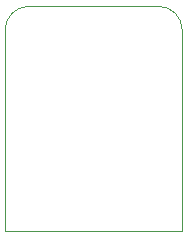
<source format=gbr>
G04 #@! TF.FileFunction,Profile,NP*
%FSLAX46Y46*%
G04 Gerber Fmt 4.6, Leading zero omitted, Abs format (unit mm)*
G04 Created by KiCad (PCBNEW 0.201411181401+5290~19~ubuntu14.10.1-product) date Tuesday 02 December 2014 10:39:05 PM IST*
%MOMM*%
G01*
G04 APERTURE LIST*
%ADD10C,0.100000*%
G04 APERTURE END LIST*
D10*
X110000000Y-32000000D02*
X110000000Y-49000000D01*
X125000000Y-49000000D02*
X125000000Y-46000000D01*
X110000000Y-49000000D02*
X125000000Y-49000000D01*
X125000000Y-46000000D02*
X125000000Y-44000000D01*
X125000000Y-44000000D02*
X125000000Y-32000000D01*
X123000000Y-30000000D02*
X112000000Y-30000000D01*
X125000000Y-32000000D02*
G75*
G03X123000000Y-30000000I-2000000J0D01*
G01*
X112000000Y-30000000D02*
G75*
G03X110000000Y-32000000I0J-2000000D01*
G01*
M02*

</source>
